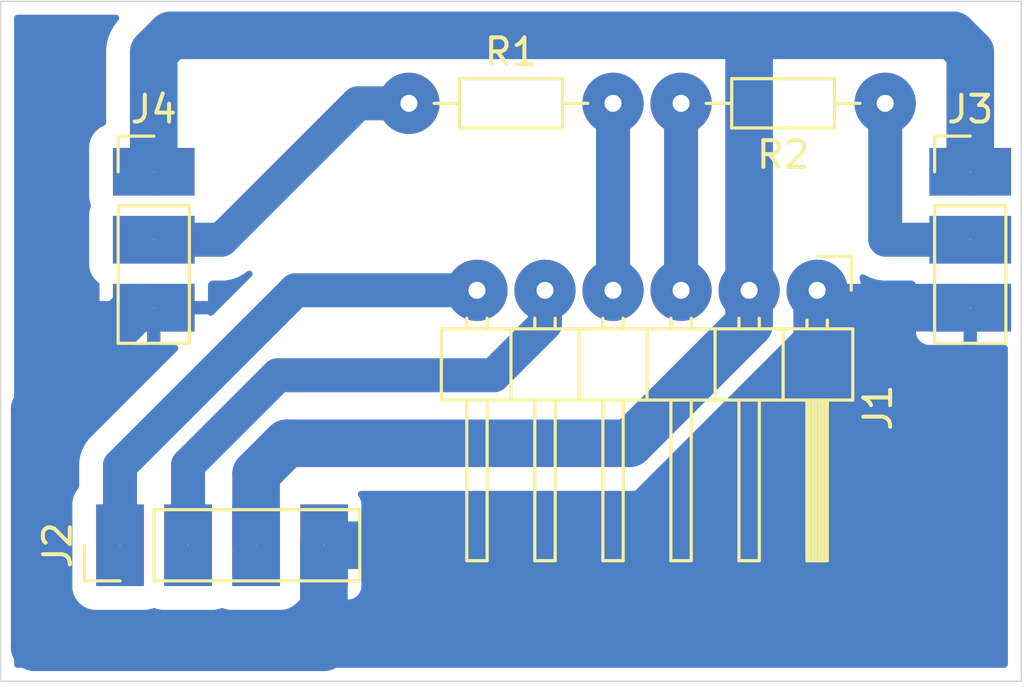
<source format=kicad_pcb>
(kicad_pcb (version 20240108) (generator "pcbnew") (generator_version "8.0")
  (layers (0 "F.Cu" signal) (31 "B.Cu" signal) (34 "B.Paste" user) (35 "F.Paste" user) (36 "B.SilkS" user "B.Silkscreen") (37 "F.SilkS" user "F.Silkscreen") (38 "B.Mask" user) (39 "F.Mask" user) (44 "Edge.Cuts" user))
  (net 0 "")
  (net 1 "RX")
  (net 2 "GND")
  (net 3 "LED2")
  (net 4 "VCC")
  (net 5 "LED1")
  (net 6 "TX")
  (net 7 "Net-(J3-Pin_2)")
  (net 8 "Net-(J4-Pin_2)")
  (footprint "Resistor_THT:R_Axial_DIN0204_L3.6mm_D1.6mm_P7.62mm_Horizontal" (layer "F.Cu") (at 15.24 3.81)
    (property "Reference" "R1" (at 3.81 -1.92 0) (layer "F.SilkS"))
    (property "Value" "400")
    (fp_line (start 0.94 0) (end 1.89 0) (stroke (width 0.12)) (layer "F.SilkS"))
    (fp_line (start 1.89 -0.92) (end 1.89 0.92) (stroke (width 0.12)) (layer "F.SilkS"))
    (fp_line (start 1.89 0.92) (end 5.73 0.92) (stroke (width 0.12)) (layer "F.SilkS"))
    (fp_line (start 5.73 -0.92) (end 1.89 -0.92) (stroke (width 0.12)) (layer "F.SilkS"))
    (fp_line (start 5.73 0.92) (end 5.73 -0.92) (stroke (width 0.12)) (layer "F.SilkS"))
    (fp_line (start 6.68 0) (end 5.73 0) (stroke (width 0.12)) (layer "F.SilkS"))
    (pad "1" thru_hole circle (at 0 0) (size 2.286 2.286) (drill 0.635) (layers "*.Cu" "*.Mask") (net 8 "Net-(J4-Pin_2)"))
    (pad "2" thru_hole circle (at 7.62 0) (size 2.286 2.286) (drill 0.635) (layers "*.Cu" "*.Mask") (net 5 "LED1"))
  )
  (footprint "Connector_PinHeader_2.54mm:PinHeader_1x04_P2.54mm_Vertical" (layer "F.Cu") (at 4.455 20.32 90)
    (property "Reference" "J2" (at 0 -2.33 90) (layer "F.SilkS"))
    (property "Value" "PN532")
    (fp_line (start -1.33 -1.33) (end 0 -1.33) (stroke (width 0.12)) (layer "F.SilkS"))
    (fp_line (start -1.33 0) (end -1.33 -1.33) (stroke (width 0.12)) (layer "F.SilkS"))
    (fp_line (start 1.33 1.27) (end 1.33 8.95) (stroke (width 0.12)) (layer "F.SilkS"))
    (fp_line (start -1.33 1.27) (end 1.33 1.27) (stroke (width 0.12)) (layer "F.SilkS"))
    (fp_line (start -1.33 1.27) (end -1.33 8.95) (stroke (width 0.12)) (layer "F.SilkS"))
    (fp_line (start -1.33 8.95) (end 1.33 8.95) (stroke (width 0.12)) (layer "F.SilkS"))
    (pad "1" thru_hole rect (at 0 0 90) (size 3.048 1.778) (drill 0.0254) (layers "*.Cu" "*.Mask") (net 1 "RX"))
    (pad "2" thru_hole rect (at 0 2.54 90) (size 3.048 1.778) (drill 0.0254) (layers "*.Cu" "*.Mask") (net 6 "TX"))
    (pad "3" thru_hole rect (at 0 5.08 90) (size 3.048 1.778) (drill 0.0254) (layers "*.Cu" "*.Mask") (net 4 "VCC"))
    (pad "4" thru_hole rect (at 0 7.62 90) (size 3.048 1.778) (drill 0.0254) (layers "*.Cu" "*.Mask") (net 2 "GND"))
  )
  (footprint "Resistor_THT:R_Axial_DIN0204_L3.6mm_D1.6mm_P7.62mm_Horizontal" (layer "F.Cu") (at 33.02 3.81 180)
    (property "Reference" "R2" (at 3.81 -1.92 0) (layer "F.SilkS"))
    (property "Value" "400")
    (fp_line (start 6.68 0) (end 5.73 0) (stroke (width 0.12)) (layer "F.SilkS"))
    (fp_line (start 5.73 0.92) (end 5.73 -0.92) (stroke (width 0.12)) (layer "F.SilkS"))
    (fp_line (start 5.73 -0.92) (end 1.89 -0.92) (stroke (width 0.12)) (layer "F.SilkS"))
    (fp_line (start 1.89 0.92) (end 5.73 0.92) (stroke (width 0.12)) (layer "F.SilkS"))
    (fp_line (start 1.89 -0.92) (end 1.89 0.92) (stroke (width 0.12)) (layer "F.SilkS"))
    (fp_line (start 0.94 0) (end 1.89 0) (stroke (width 0.12)) (layer "F.SilkS"))
    (pad "1" thru_hole circle (at 0 0 180) (size 2.286 2.286) (drill 0.635) (layers "*.Cu" "*.Mask") (net 7 "Net-(J3-Pin_2)"))
    (pad "2" thru_hole circle (at 7.62 0 180) (size 2.286 2.286) (drill 0.635) (layers "*.Cu" "*.Mask") (net 3 "LED2"))
  )
  (footprint "Connector_PinHeader_2.54mm:PinHeader_1x06_P2.54mm_Horizontal" (layer "F.Cu") (at 30.48 10.795 -90)
    (property "Reference" "J1" (at 4.385 -2.27 90) (layer "F.SilkS"))
    (property "Value" "LID_OUT")
    (fp_line (start 1.44 14.03) (end 4.1 14.03) (stroke (width 0.12)) (layer "F.SilkS"))
    (fp_line (start 4.1 14.03) (end 4.1 -1.33) (stroke (width 0.12)) (layer "F.SilkS"))
    (fp_line (start 1.042929 13.08) (end 1.44 13.08) (stroke (width 0.12)) (layer "F.SilkS"))
    (fp_line (start 10.1 13.08) (end 4.1 13.08) (stroke (width 0.12)) (layer "F.SilkS"))
    (fp_line (start 1.042929 12.32) (end 1.44 12.32) (stroke (width 0.12)) (layer "F.SilkS"))
    (fp_line (start 4.1 12.32) (end 10.1 12.32) (stroke (width 0.12)) (layer "F.SilkS"))
    (fp_line (start 10.1 12.32) (end 10.1 13.08) (stroke (width 0.12)) (layer "F.SilkS"))
    (fp_line (start 1.44 11.43) (end 4.1 11.43) (stroke (width 0.12)) (layer "F.SilkS"))
    (fp_line (start 1.042929 10.54) (end 1.44 10.54) (stroke (width 0.12)) (layer "F.SilkS"))
    (fp_line (start 10.1 10.54) (end 4.1 10.54) (stroke (width 0.12)) (layer "F.SilkS"))
    (fp_line (start 1.042929 9.78) (end 1.44 9.78) (stroke (width 0.12)) (layer "F.SilkS"))
    (fp_line (start 4.1 9.78) (end 10.1 9.78) (stroke (width 0.12)) (layer "F.SilkS"))
    (fp_line (start 10.1 9.78) (end 10.1 10.54) (stroke (width 0.12)) (layer "F.SilkS"))
    (fp_line (start 1.44 8.89) (end 4.1 8.89) (stroke (width 0.12)) (layer "F.SilkS"))
    (fp_line (start 1.042929 8) (end 1.44 8) (stroke (width 0.12)) (layer "F.SilkS"))
    (fp_line (start 10.1 8) (end 4.1 8) (stroke (width 0.12)) (layer "F.SilkS"))
    (fp_line (start 1.042929 7.24) (end 1.44 7.24) (stroke (width 0.12)) (layer "F.SilkS"))
    (fp_line (start 4.1 7.24) (end 10.1 7.24) (stroke (width 0.12)) (layer "F.SilkS"))
    (fp_line (start 10.1 7.24) (end 10.1 8) (stroke (width 0.12)) (layer "F.SilkS"))
    (fp_line (start 1.44 6.35) (end 4.1 6.35) (stroke (width 0.12)) (layer "F.SilkS"))
    (fp_line (start 1.042929 5.46) (end 1.44 5.46) (stroke (width 0.12)) (layer "F.SilkS"))
    (fp_line (start 10.1 5.46) (end 4.1 5.46) (stroke (width 0.12)) (layer "F.SilkS"))
    (fp_line (start 1.042929 4.7) (end 1.44 4.7) (stroke (width 0.12)) (layer "F.SilkS"))
    (fp_line (start 4.1 4.7) (end 10.1 4.7) (stroke (width 0.12)) (layer "F.SilkS"))
    (fp_line (start 10.1 4.7) (end 10.1 5.46) (stroke (width 0.12)) (layer "F.SilkS"))
    (fp_line (start 1.44 3.81) (end 4.1 3.81) (stroke (width 0.12)) (layer "F.SilkS"))
    (fp_line (start 1.042929 2.92) (end 1.44 2.92) (stroke (width 0.12)) (layer "F.SilkS"))
    (fp_line (start 10.1 2.92) (end 4.1 2.92) (stroke (width 0.12)) (layer "F.SilkS"))
    (fp_line (start 1.042929 2.16) (end 1.44 2.16) (stroke (width 0.12)) (layer "F.SilkS"))
    (fp_line (start 4.1 2.16) (end 10.1 2.16) (stroke (width 0.12)) (layer "F.SilkS"))
    (fp_line (start 10.1 2.16) (end 10.1 2.92) (stroke (width 0.12)) (layer "F.SilkS"))
    (fp_line (start 1.44 1.27) (end 4.1 1.27) (stroke (width 0.12)) (layer "F.SilkS"))
    (fp_line (start 1.11 0.38) (end 1.44 0.38) (stroke (width 0.12)) (layer "F.SilkS"))
    (fp_line (start 10.1 0.38) (end 4.1 0.38) (stroke (width 0.12)) (layer "F.SilkS"))
    (fp_line (start 4.1 0.28) (end 10.1 0.28) (stroke (width 0.12)) (layer "F.SilkS"))
    (fp_line (start 4.1 0.16) (end 10.1 0.16) (stroke (width 0.12)) (layer "F.SilkS"))
    (fp_line (start 4.1 0.04) (end 10.1 0.04) (stroke (width 0.12)) (layer "F.SilkS"))
    (fp_line (start -1.27 0) (end -1.27 -1.27) (stroke (width 0.12)) (layer "F.SilkS"))
    (fp_line (start 4.1 -0.08) (end 10.1 -0.08) (stroke (width 0.12)) (layer "F.SilkS"))
    (fp_line (start 4.1 -0.2) (end 10.1 -0.2) (stroke (width 0.12)) (layer "F.SilkS"))
    (fp_line (start 4.1 -0.32) (end 10.1 -0.32) (stroke (width 0.12)) (layer "F.SilkS"))
    (fp_line (start 1.11 -0.38) (end 1.44 -0.38) (stroke (width 0.12)) (layer "F.SilkS"))
    (fp_line (start 4.1 -0.38) (end 10.1 -0.38) (stroke (width 0.12)) (layer "F.SilkS"))
    (fp_line (start 10.1 -0.38) (end 10.1 0.38) (stroke (width 0.12)) (layer "F.SilkS"))
    (fp_line (start -1.27 -1.27) (end 0 -1.27) (stroke (width 0.12)) (layer "F.SilkS"))
    (fp_line (start 1.44 -1.33) (end 1.44 14.03) (stroke (width 0.12)) (layer "F.SilkS"))
    (fp_line (start 4.1 -1.33) (end 1.44 -1.33) (stroke (width 0.12)) (layer "F.SilkS"))
    (pad "1" thru_hole circle (at 0 0 270) (size 2.286 2.286) (drill 0.635) (layers "*.Cu" "*.Mask") (net 2 "GND"))
    (pad "2" thru_hole circle (at 0 2.54 270) (size 2.286 2.286) (drill 0.635) (layers "*.Cu" "*.Mask") (net 4 "VCC"))
    (pad "3" thru_hole circle (at 0 5.08 270) (size 2.286 2.286) (drill 0.635) (layers "*.Cu" "*.Mask") (net 3 "LED2"))
    (pad "4" thru_hole circle (at 0 7.62 270) (size 2.286 2.286) (drill 0.635) (layers "*.Cu" "*.Mask") (net 5 "LED1"))
    (pad "5" thru_hole circle (at 0 10.16 270) (size 2.286 2.286) (drill 0.635) (layers "*.Cu" "*.Mask") (net 6 "TX"))
    (pad "6" thru_hole circle (at 0 12.7 270) (size 2.286 2.286) (drill 0.635) (layers "*.Cu" "*.Mask") (net 1 "RX"))
  )
  (footprint "Connector_PinHeader_2.54mm:PinHeader_1x03_P2.54mm_Vertical" (layer "F.Cu") (at 5.715 6.365)
    (property "Reference" "J4" (at 0 -2.33 0) (layer "F.SilkS"))
    (property "Value" "LED2")
    (fp_line (start -1.33 -1.33) (end 0 -1.33) (stroke (width 0.12)) (layer "F.SilkS"))
    (fp_line (start -1.33 0) (end -1.33 -1.33) (stroke (width 0.12)) (layer "F.SilkS"))
    (fp_line (start -1.33 1.27) (end -1.33 6.41) (stroke (width 0.12)) (layer "F.SilkS"))
    (fp_line (start -1.33 1.27) (end 1.33 1.27) (stroke (width 0.12)) (layer "F.SilkS"))
    (fp_line (start -1.33 6.41) (end 1.33 6.41) (stroke (width 0.12)) (layer "F.SilkS"))
    (fp_line (start 1.33 1.27) (end 1.33 6.41) (stroke (width 0.12)) (layer "F.SilkS"))
    (pad "1" thru_hole rect (at 0 0) (size 3.048 1.778) (drill 0.0254) (layers "*.Cu" "*.Mask") (net 4 "VCC"))
    (pad "2" thru_hole rect (at 0 2.54) (size 3.048 1.778) (drill 0.0254) (layers "*.Cu" "*.Mask") (net 8 "Net-(J4-Pin_2)"))
    (pad "3" thru_hole rect (at 0 5.08) (size 3.048 1.778) (drill 0.0254) (layers "*.Cu" "*.Mask") (net 2 "GND"))
  )
  (footprint "Connector_PinHeader_2.54mm:PinHeader_1x03_P2.54mm_Vertical" (layer "F.Cu") (at 36.195 6.365)
    (property "Reference" "J3" (at 0 -2.33 0) (layer "F.SilkS"))
    (property "Value" "LED1")
    (fp_line (start -1.33 -1.33) (end 0 -1.33) (stroke (width 0.12)) (layer "F.SilkS"))
    (fp_line (start -1.33 0) (end -1.33 -1.33) (stroke (width 0.12)) (layer "F.SilkS"))
    (fp_line (start -1.33 1.27) (end -1.33 6.41) (stroke (width 0.12)) (layer "F.SilkS"))
    (fp_line (start -1.33 1.27) (end 1.33 1.27) (stroke (width 0.12)) (layer "F.SilkS"))
    (fp_line (start -1.33 6.41) (end 1.33 6.41) (stroke (width 0.12)) (layer "F.SilkS"))
    (fp_line (start 1.33 1.27) (end 1.33 6.41) (stroke (width 0.12)) (layer "F.SilkS"))
    (pad "1" thru_hole rect (at 0 0) (size 3.048 1.778) (drill 0.0254) (layers "*.Cu" "*.Mask") (net 4 "VCC"))
    (pad "2" thru_hole rect (at 0 2.54) (size 3.048 1.778) (drill 0.0254) (layers "*.Cu" "*.Mask") (net 7 "Net-(J3-Pin_2)"))
    (pad "3" thru_hole rect (at 0 5.08) (size 3.048 1.778) (drill 0.0254) (layers "*.Cu" "*.Mask") (net 2 "GND"))
  )
  (gr_rect (start 0 0) (end 38.1 25.4) (stroke (width 0.05)) (fill none) (layer "Edge.Cuts"))
  (segment (start 11.004846 10.795) (end 4.455 17.344846) (width 1.27) (layer "B.Cu") (net 1))
  (segment (start 17.78 10.795) (end 11.004846 10.795) (width 1.27) (layer "B.Cu") (net 1))
  (segment (start 4.455 17.344846) (end 4.455 20.32) (width 1.27) (layer "B.Cu") (net 1))
  (segment (start 5.065 11.445) (end 1.27 15.24) (width 1.778) (layer "B.Cu") (net 2))
  (segment (start 30.48 10.795) (end 30.48 12.745127) (width 1.778) (layer "B.Cu") (net 2))
  (segment (start 12.065 20.33) (end 12.075 20.32) (width 1.778) (layer "B.Cu") (net 2))
  (segment (start 30.48 12.745127) (end 22.905127 20.32) (width 1.778) (layer "B.Cu") (net 2))
  (segment (start 30.48 10.795) (end 31.13 11.445) (width 1.778) (layer "B.Cu") (net 2))
  (segment (start 1.27 24.13) (end 12.065 24.13) (width 1.778) (layer "B.Cu") (net 2))
  (segment (start 5.715 11.445) (end 5.065 11.445) (width 1.778) (layer "B.Cu") (net 2))
  (segment (start 1.27 15.24) (end 1.27 24.13) (width 1.778) (layer "B.Cu") (net 2))
  (segment (start 22.905127 20.32) (end 12.075 20.32) (width 1.778) (layer "B.Cu") (net 2))
  (segment (start 31.13 11.445) (end 36.195 11.445) (width 1.778) (layer "B.Cu") (net 2))
  (segment (start 12.065 24.13) (end 12.065 20.33) (width 1.778) (layer "B.Cu") (net 2))
  (segment (start 25.4 3.81) (end 25.4 10.795) (width 1.27) (layer "B.Cu") (net 3))
  (segment (start 23.482235 16.51) (end 10.678 16.51) (width 1.778) (layer "B.Cu") (net 4))
  (segment (start 36.195 1.905) (end 36.195 6.365) (width 1.778) (layer "B.Cu") (net 4))
  (segment (start 27.94 1.27) (end 35.56 1.27) (width 1.778) (layer "B.Cu") (net 4))
  (segment (start 9.535 17.653) (end 9.535 20.32) (width 1.778) (layer "B.Cu") (net 4))
  (segment (start 5.715 1.905) (end 6.35 1.27) (width 1.778) (layer "B.Cu") (net 4))
  (segment (start 27.94 12.052235) (end 23.482235 16.51) (width 1.778) (layer "B.Cu") (net 4))
  (segment (start 5.715 6.365) (end 5.715 1.905) (width 1.778) (layer "B.Cu") (net 4))
  (segment (start 6.35 1.27) (end 27.94 1.27) (width 1.778) (layer "B.Cu") (net 4))
  (segment (start 10.678 16.51) (end 9.535 17.653) (width 1.778) (layer "B.Cu") (net 4))
  (segment (start 27.94 10.795) (end 27.94 12.052235) (width 1.778) (layer "B.Cu") (net 4))
  (segment (start 27.94 1.27) (end 27.94 10.795) (width 1.778) (layer "B.Cu") (net 4))
  (segment (start 35.56 1.27) (end 36.195 1.905) (width 1.778) (layer "B.Cu") (net 4))
  (segment (start 22.86 3.81) (end 22.86 10.795) (width 1.27) (layer "B.Cu") (net 5))
  (segment (start 6.995 17.319318) (end 6.995 20.32) (width 1.27) (layer "B.Cu") (net 6))
  (segment (start 10.344318 13.97) (end 6.995 17.319318) (width 1.27) (layer "B.Cu") (net 6))
  (segment (start 18.402235 13.97) (end 10.344318 13.97) (width 1.27) (layer "B.Cu") (net 6))
  (segment (start 20.32 10.795) (end 20.32 12.052235) (width 1.27) (layer "B.Cu") (net 6))
  (segment (start 20.32 12.052235) (end 18.402235 13.97) (width 1.27) (layer "B.Cu") (net 6))
  (segment (start 33.02 3.81) (end 33.02 8.89) (width 1.27) (layer "B.Cu") (net 7))
  (segment (start 33.035 8.905) (end 36.195 8.905) (width 1.27) (layer "B.Cu") (net 7))
  (segment (start 33.02 8.89) (end 33.035 8.905) (width 1.27) (layer "B.Cu") (net 7))
  (segment (start 8.24 8.905) (end 5.715 8.905) (width 1.27) (layer "B.Cu") (net 8))
  (segment (start 13.335 3.81) (end 8.24 8.905) (width 1.27) (layer "B.Cu") (net 8))
  (segment (start 15.24 3.81) (end 13.335 3.81) (width 1.27) (layer "B.Cu") (net 8))
  (zone (net 2) (net_name "GND") (layer "B.Cu") (connect_pads (clearance 0.889)) (min_thickness 0.25) (fill yes (thermal_gap 0.5) (thermal_bridge_width 0.5))
    (polygon (pts (xy 0 0) (xy 38.227 0) (xy 38.227 25.273) (xy 0 25.273)))
  )
)
</source>
